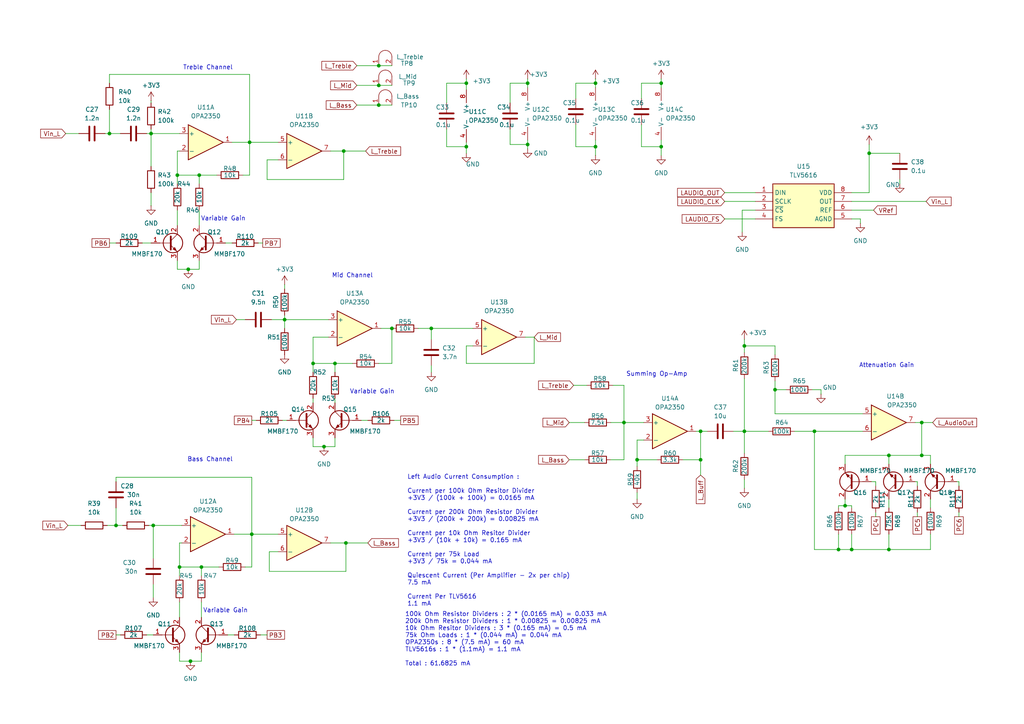
<source format=kicad_sch>
(kicad_sch (version 20250114) (generator "eeschema") (generator_version "9.0")
  (paper "A4")
  (title_block (title "ECE 445L Lab7") (date "2025-10-31") (rev "v1.0.0") (company "The University of Texas at Austin") (comment 1 "Drawn By Ashton Knecht - atk836"))
  (text "Variable Gain" (at 107.95 113.665 0) (effects (font (size 1.27 1.27))))
  (text "Treble Channel" (at 60.325 19.685 0) (effects (font (size 1.27 1.27))))
  (text "Attenuation Gain" (at 257.175 106.045 0) (effects (font (size 1.27 1.27))))
  (text "100k Ohm Resistor Dividers : 2 * (0.0165 mA) = 0.033 mA\n200k Ohm Resistor Dividers : 1 * 0.00825 = 0.00825 mA\n10k Ohm Resitor Dividers : 3 * (0.165 mA) = 0.5 mA\n75k Ohm Loads : 1 * (0.044 mA) = 0.044 mA\nOPA2350s : 8 * (7.5 mA) = 60 mA\nTLV5616s : 1 * (1.1mA) = 1.1 mA\n\nTotal : 61.6825 mA" (at 117.475 185.42 0) (effects (font (size 1.27 1.27)) (justify left)))
  (text "Bass Channel" (at 60.96 133.35 0) (effects (font (size 1.27 1.27))))
  (text "Left Audio Current Consumption :\n\nCurrent per 100k Ohm Resitor Divider\n+3V3 / (100k + 100k) = 0.0165 mA\n\nCurrent per 200k Ohm Resistor Divider\n+3V3 / (200k + 200k) = 0.00825 mA\n\nCurrent per 10k Ohm Resitor Divider\n+3V3 / (10k + 10k) = 0.165 mA\n\nCurrent per 75k Load\n+3V3 / 75k = 0.044 mA\n\nQuiescent Current (Per Amplifier - 2x per chip)\n7.5 mA\n\nCurrent Per TLV5616\n1.1 mA\n" (at 118.11 156.845 0) (effects (font (size 1.27 1.27)) (justify left)))
  (text "Mid Channel" (at 102.235 80.01 0) (effects (font (size 1.27 1.27))))
  (text "Variable Gain" (at 64.77 63.5 0) (effects (font (size 1.27 1.27))))
  (text "Variable Gain" (at 65.405 177.165 0) (effects (font (size 1.27 1.27))))
  (text "Summing Op-Amp" (at 190.5 108.585 0) (effects (font (size 1.27 1.27))))
  (junction (at 224.79 113.03))
  (junction (at 82.55 92.71))
  (junction (at 180.975 122.555))
  (junction (at 184.785 133.35))
  (junction (at 109.855 30.48))
  (junction (at 191.77 24.13))
  (junction (at 43.815 38.735))
  (junction (at 215.9 100.33))
  (junction (at 172.72 24.13))
  (junction (at 113.665 95.25))
  (junction (at 100.33 157.48))
  (junction (at 73.025 154.94))
  (junction (at 99.695 43.815))
  (junction (at 191.77 42.545))
  (junction (at 252.095 44.45))
  (junction (at 236.22 125.095))
  (junction (at 33.655 152.4))
  (junction (at 257.81 132.08))
  (junction (at 109.855 24.765))
  (junction (at 58.42 164.465))
  (junction (at 90.805 105.41))
  (junction (at 203.2 125.095))
  (junction (at 44.45 152.4))
  (junction (at 203.2 133.35))
  (junction (at 52.07 164.465))
  (junction (at 93.98 129.54))
  (junction (at 153.035 24.13))
  (junction (at 31.75 38.735))
  (junction (at 97.155 105.41))
  (junction (at 72.39 41.275))
  (junction (at 55.245 191.77))
  (junction (at 267.335 122.555))
  (junction (at 135.255 24.13))
  (junction (at 57.785 50.8))
  (junction (at 135.255 42.545))
  (junction (at 215.9 125.095))
  (junction (at 267.335 132.08))
  (junction (at 125.095 95.25))
  (junction (at 247.015 159.385))
  (junction (at 51.435 50.8))
  (junction (at 153.035 41.91))
  (junction (at 257.81 159.385))
  (junction (at 172.72 42.545))
  (junction (at 245.11 146.685))
  (junction (at 54.61 78.105))
  (junction (at 243.205 159.385))
  (junction (at 109.855 19.05))
  (wire (pts (xy 42.545 184.15) (xy 44.45 184.15)))
  (wire (pts (xy 77.47 52.07) (xy 77.47 46.355)))
  (wire (pts (xy 103.505 24.765) (xy 109.855 24.765)))
  (wire (pts (xy 186.055 36.195) (xy 186.055 42.545)))
  (wire (pts (xy 147.955 37.465) (xy 147.955 41.91)))
  (wire (pts (xy 135.255 100.33) (xy 137.16 100.33)))
  (wire (pts (xy 113.665 105.41) (xy 113.665 95.25)))
  (wire (pts (xy 52.07 164.465) (xy 52.07 167.005)))
  (wire (pts (xy 73.025 164.465) (xy 73.025 154.94)))
  (wire (pts (xy 103.505 19.05) (xy 109.855 19.05)))
  (wire (pts (xy 269.875 144.78) (xy 269.875 147.32)))
  (wire (pts (xy 68.58 92.71) (xy 71.12 92.71)))
  (wire (pts (xy 245.11 146.685) (xy 247.015 146.685)))
  (wire (pts (xy 31.115 152.4) (xy 33.655 152.4)))
  (wire (pts (xy 43.815 37.465) (xy 43.815 38.735)))
  (wire (pts (xy 167.005 36.195) (xy 167.005 42.545)))
  (wire (pts (xy 257.81 132.08) (xy 257.81 134.62)))
  (wire (pts (xy 99.695 43.815) (xy 99.695 52.07)))
  (wire (pts (xy 72.39 50.8) (xy 72.39 41.275)))
  (wire (pts (xy 58.42 174.625) (xy 58.42 179.07)))
  (wire (pts (xy 82.55 92.71) (xy 82.55 95.25)))
  (wire (pts (xy 180.975 111.76) (xy 180.975 122.555)))
  (wire (pts (xy 109.855 30.48) (xy 113.665 30.48)))
  (wire (pts (xy 97.155 129.54) (xy 93.98 129.54)))
  (wire (pts (xy 278.13 139.7) (xy 278.13 140.97)))
  (wire (pts (xy 114.3 121.92) (xy 116.205 121.92)))
  (wire (pts (xy 78.74 92.71) (xy 82.55 92.71)))
  (wire (pts (xy 257.81 144.78) (xy 257.81 147.32)))
  (wire (pts (xy 43.815 38.735) (xy 52.07 38.735)))
  (wire (pts (xy 252.095 55.88) (xy 247.015 55.88)))
  (wire (pts (xy 191.77 40.64) (xy 191.77 42.545)))
  (wire (pts (xy 186.055 42.545) (xy 191.77 42.545)))
  (wire (pts (xy 243.205 146.685) (xy 243.205 147.32)))
  (wire (pts (xy 121.285 95.25) (xy 125.095 95.25)))
  (wire (pts (xy 72.39 41.275) (xy 80.645 41.275)))
  (wire (pts (xy 19.685 152.4) (xy 23.495 152.4)))
  (wire (pts (xy 52.07 157.48) (xy 52.705 157.48)))
  (wire (pts (xy 54.61 78.105) (xy 51.435 78.105)))
  (wire (pts (xy 99.695 52.07) (xy 77.47 52.07)))
  (wire (pts (xy 81.915 121.92) (xy 83.185 121.92)))
  (wire (pts (xy 90.805 115.57) (xy 90.805 116.84)))
  (wire (pts (xy 100.33 157.48) (xy 100.33 165.735)))
  (wire (pts (xy 58.42 164.465) (xy 58.42 167.005)))
  (wire (pts (xy 31.75 70.485) (xy 33.655 70.485)))
  (wire (pts (xy 31.75 31.75) (xy 31.75 38.735)))
  (wire (pts (xy 203.2 125.095) (xy 203.2 133.35)))
  (wire (pts (xy 254 148.59) (xy 254 149.86)))
  (wire (pts (xy 109.855 105.41) (xy 113.665 105.41)))
  (wire (pts (xy 147.955 29.845) (xy 147.955 24.13)))
  (wire (pts (xy 245.11 132.08) (xy 257.81 132.08)))
  (wire (pts (xy 266.065 139.7) (xy 266.065 140.97)))
  (wire (pts (xy 99.695 43.815) (xy 106.045 43.815)))
  (wire (pts (xy 153.035 24.13) (xy 153.035 25.4)))
  (wire (pts (xy 100.33 165.735) (xy 78.105 165.735)))
  (wire (pts (xy 153.035 22.86) (xy 153.035 24.13)))
  (wire (pts (xy 247.015 58.42) (xy 268.605 58.42)))
  (wire (pts (xy 97.155 105.41) (xy 102.235 105.41)))
  (wire (pts (xy 82.55 91.44) (xy 82.55 92.71)))
  (wire (pts (xy 129.54 24.13) (xy 129.54 29.845)))
  (wire (pts (xy 266.065 149.86) (xy 266.065 148.59)))
  (wire (pts (xy 135.255 42.545) (xy 135.255 44.45)))
  (wire (pts (xy 203.2 125.095) (xy 201.93 125.095)))
  (wire (pts (xy 31.75 38.735) (xy 34.925 38.735)))
  (wire (pts (xy 55.245 191.77) (xy 52.07 191.77)))
  (wire (pts (xy 70.485 50.8) (xy 72.39 50.8)))
  (wire (pts (xy 224.79 113.03) (xy 227.965 113.03)))
  (wire (pts (xy 31.75 21.59) (xy 72.39 21.59)))
  (wire (pts (xy 219.075 60.96) (xy 215.265 60.96)))
  (wire (pts (xy 125.095 106.045) (xy 125.095 107.95)))
  (wire (pts (xy 267.335 122.555) (xy 270.51 122.555)))
  (wire (pts (xy 260.985 52.07) (xy 260.985 53.34)))
  (wire (pts (xy 245.11 144.78) (xy 245.11 146.685)))
  (wire (pts (xy 236.22 125.095) (xy 236.22 159.385)))
  (wire (pts (xy 97.155 115.57) (xy 97.155 116.84)))
  (wire (pts (xy 58.42 189.23) (xy 58.42 191.77)))
  (wire (pts (xy 215.9 100.33) (xy 224.79 100.33)))
  (wire (pts (xy 243.205 154.94) (xy 243.205 159.385)))
  (wire (pts (xy 172.72 24.13) (xy 167.005 24.13)))
  (wire (pts (xy 230.505 125.095) (xy 236.22 125.095)))
  (wire (pts (xy 44.45 169.545) (xy 44.45 173.355)))
  (wire (pts (xy 43.815 55.88) (xy 43.815 59.69)))
  (wire (pts (xy 57.785 50.8) (xy 62.865 50.8)))
  (wire (pts (xy 57.785 75.565) (xy 57.785 78.105)))
  (wire (pts (xy 33.655 152.4) (xy 35.56 152.4)))
  (wire (pts (xy 51.435 50.8) (xy 51.435 53.34)))
  (wire (pts (xy 57.785 78.105) (xy 54.61 78.105)))
  (wire (pts (xy 73.025 154.94) (xy 80.645 154.94)))
  (wire (pts (xy 210.185 55.88) (xy 219.075 55.88)))
  (wire (pts (xy 42.545 38.735) (xy 43.815 38.735)))
  (wire (pts (xy 52.07 174.625) (xy 52.07 179.07)))
  (wire (pts (xy 153.035 41.91) (xy 147.955 41.91)))
  (wire (pts (xy 191.77 24.13) (xy 191.77 25.4)))
  (wire (pts (xy 203.2 133.35) (xy 203.2 137.795)))
  (wire (pts (xy 52.07 157.48) (xy 52.07 164.465)))
  (wire (pts (xy 247.015 63.5) (xy 249.555 63.5)))
  (wire (pts (xy 250.19 120.015) (xy 224.79 120.015)))
  (wire (pts (xy 129.54 37.465) (xy 129.54 42.545)))
  (wire (pts (xy 215.9 125.095) (xy 222.885 125.095)))
  (wire (pts (xy 90.805 105.41) (xy 90.805 97.79)))
  (wire (pts (xy 210.185 63.5) (xy 219.075 63.5)))
  (wire (pts (xy 266.065 139.7) (xy 265.43 139.7)))
  (wire (pts (xy 243.205 159.385) (xy 236.22 159.385)))
  (wire (pts (xy 75.565 184.15) (xy 77.47 184.15)))
  (wire (pts (xy 97.155 127) (xy 97.155 129.54)))
  (wire (pts (xy 215.265 60.96) (xy 215.265 67.31)))
  (wire (pts (xy 184.785 142.875) (xy 184.785 144.78)))
  (wire (pts (xy 31.75 21.59) (xy 31.75 24.13)))
  (wire (pts (xy 267.335 132.08) (xy 269.875 132.08)))
  (wire (pts (xy 203.2 125.095) (xy 205.105 125.095)))
  (wire (pts (xy 90.805 105.41) (xy 90.805 107.95)))
  (wire (pts (xy 165.1 133.35) (xy 169.545 133.35)))
  (wire (pts (xy 278.13 139.7) (xy 277.495 139.7)))
  (wire (pts (xy 135.255 42.545) (xy 135.255 41.275)))
  (wire (pts (xy 72.39 41.275) (xy 67.31 41.275)))
  (wire (pts (xy 236.22 125.095) (xy 250.19 125.095)))
  (wire (pts (xy 97.155 105.41) (xy 97.155 107.95)))
  (wire (pts (xy 191.77 42.545) (xy 191.77 45.085)))
  (wire (pts (xy 252.095 44.45) (xy 260.985 44.45)))
  (wire (pts (xy 252.095 44.45) (xy 252.095 55.88)))
  (wire (pts (xy 247.015 146.685) (xy 247.015 147.32)))
  (wire (pts (xy 57.785 60.96) (xy 57.785 65.405)))
  (wire (pts (xy 65.405 70.485) (xy 67.31 70.485)))
  (wire (pts (xy 125.095 95.25) (xy 125.095 98.425)))
  (wire (pts (xy 51.435 43.815) (xy 51.435 50.8)))
  (wire (pts (xy 135.255 22.86) (xy 135.255 24.13)))
  (wire (pts (xy 252.095 41.91) (xy 252.095 44.45)))
  (wire (pts (xy 254 139.7) (xy 254 140.97)))
  (wire (pts (xy 73.025 138.43) (xy 73.025 154.94)))
  (wire (pts (xy 103.505 30.48) (xy 109.855 30.48)))
  (wire (pts (xy 238.125 113.03) (xy 238.125 114.3)))
  (wire (pts (xy 153.035 41.91) (xy 153.035 43.18)))
  (wire (pts (xy 224.79 110.49) (xy 224.79 113.03)))
  (wire (pts (xy 184.785 133.35) (xy 184.785 135.255)))
  (wire (pts (xy 104.775 121.92) (xy 106.68 121.92)))
  (wire (pts (xy 235.585 113.03) (xy 238.125 113.03)))
  (wire (pts (xy 215.9 125.095) (xy 215.9 131.445)))
  (wire (pts (xy 269.875 154.94) (xy 269.875 159.385)))
  (wire (pts (xy 51.435 60.96) (xy 51.435 65.405)))
  (wire (pts (xy 152.4 97.79) (xy 154.94 97.79)))
  (wire (pts (xy 100.33 157.48) (xy 106.68 157.48)))
  (wire (pts (xy 198.12 133.35) (xy 203.2 133.35)))
  (wire (pts (xy 215.9 109.855) (xy 215.9 125.095)))
  (wire (pts (xy 191.77 24.13) (xy 186.055 24.13)))
  (wire (pts (xy 177.165 122.555) (xy 180.975 122.555)))
  (wire (pts (xy 243.205 146.685) (xy 245.11 146.685)))
  (wire (pts (xy 95.885 43.815) (xy 99.695 43.815)))
  (wire (pts (xy 30.48 38.735) (xy 31.75 38.735)))
  (wire (pts (xy 180.975 122.555) (xy 186.69 122.555)))
  (wire (pts (xy 76.2 70.485) (xy 74.93 70.485)))
  (wire (pts (xy 77.47 46.355) (xy 80.645 46.355)))
  (wire (pts (xy 71.12 164.465) (xy 73.025 164.465)))
  (wire (pts (xy 278.13 148.59) (xy 278.13 149.86)))
  (wire (pts (xy 58.42 164.465) (xy 63.5 164.465)))
  (wire (pts (xy 247.015 159.385) (xy 243.205 159.385)))
  (wire (pts (xy 135.255 26.035) (xy 135.255 24.13)))
  (wire (pts (xy 93.98 129.54) (xy 90.805 129.54)))
  (wire (pts (xy 51.435 43.815) (xy 52.07 43.815)))
  (wire (pts (xy 267.335 122.555) (xy 267.335 132.08)))
  (wire (pts (xy 257.81 159.385) (xy 247.015 159.385)))
  (wire (pts (xy 78.105 160.02) (xy 80.645 160.02)))
  (wire (pts (xy 33.655 139.7) (xy 33.655 138.43)))
  (wire (pts (xy 184.785 127.635) (xy 184.785 133.35)))
  (wire (pts (xy 184.785 133.35) (xy 190.5 133.35)))
  (wire (pts (xy 19.05 38.735) (xy 22.86 38.735)))
  (wire (pts (xy 215.9 139.065) (xy 215.9 141.605)))
  (wire (pts (xy 43.815 38.735) (xy 43.815 48.26)))
  (wire (pts (xy 72.39 21.59) (xy 72.39 41.275)))
  (wire (pts (xy 52.07 189.23) (xy 52.07 191.77)))
  (wire (pts (xy 245.11 134.62) (xy 245.11 132.08)))
  (wire (pts (xy 154.94 97.79) (xy 154.94 105.41)))
  (wire (pts (xy 257.81 132.08) (xy 267.335 132.08)))
  (wire (pts (xy 41.275 70.485) (xy 43.815 70.485)))
  (wire (pts (xy 66.04 184.15) (xy 67.945 184.15)))
  (wire (pts (xy 44.45 152.4) (xy 52.705 152.4)))
  (wire (pts (xy 113.665 95.25) (xy 110.49 95.25)))
  (wire (pts (xy 154.94 105.41) (xy 135.255 105.41)))
  (wire (pts (xy 177.8 111.76) (xy 180.975 111.76)))
  (wire (pts (xy 135.255 24.13) (xy 129.54 24.13)))
  (wire (pts (xy 165.1 122.555) (xy 169.545 122.555)))
  (wire (pts (xy 78.105 165.735) (xy 78.105 160.02)))
  (wire (pts (xy 212.725 125.095) (xy 215.9 125.095)))
  (wire (pts (xy 82.55 82.55) (xy 82.55 83.82)))
  (wire (pts (xy 73.025 154.94) (xy 67.945 154.94)))
  (wire (pts (xy 254 139.7) (xy 252.73 139.7)))
  (wire (pts (xy 249.555 63.5) (xy 249.555 64.77)))
  (wire (pts (xy 257.81 154.94) (xy 257.81 159.385)))
  (wire (pts (xy 57.785 50.8) (xy 57.785 53.34)))
  (wire (pts (xy 95.885 157.48) (xy 100.33 157.48)))
  (wire (pts (xy 135.255 105.41) (xy 135.255 100.33)))
  (wire (pts (xy 172.72 22.86) (xy 172.72 24.13)))
  (wire (pts (xy 33.655 147.32) (xy 33.655 152.4)))
  (wire (pts (xy 247.015 154.94) (xy 247.015 159.385)))
  (wire (pts (xy 172.72 40.64) (xy 172.72 42.545)))
  (wire (pts (xy 215.9 98.425) (xy 215.9 100.33)))
  (wire (pts (xy 58.42 191.77) (xy 55.245 191.77)))
  (wire (pts (xy 90.805 97.79) (xy 95.25 97.79)))
  (wire (pts (xy 172.72 42.545) (xy 172.72 45.085)))
  (wire (pts (xy 166.37 111.76) (xy 170.18 111.76)))
  (wire (pts (xy 73.025 121.92) (xy 74.295 121.92)))
  (wire (pts (xy 52.07 164.465) (xy 58.42 164.465)))
  (wire (pts (xy 180.975 133.35) (xy 180.975 122.555)))
  (wire (pts (xy 90.805 127) (xy 90.805 129.54)))
  (wire (pts (xy 90.805 105.41) (xy 97.155 105.41)))
  (wire (pts (xy 33.655 138.43) (xy 73.025 138.43)))
  (wire (pts (xy 43.815 29.845) (xy 43.815 29.21)))
  (wire (pts (xy 224.79 100.33) (xy 224.79 102.87)))
  (wire (pts (xy 269.875 132.08) (xy 269.875 134.62)))
  (wire (pts (xy 215.9 100.33) (xy 215.9 102.235)))
  (wire (pts (xy 33.655 184.15) (xy 34.925 184.15)))
  (wire (pts (xy 125.095 95.25) (xy 137.16 95.25)))
  (wire (pts (xy 247.015 60.96) (xy 253.365 60.96)))
  (wire (pts (xy 186.69 127.635) (xy 184.785 127.635)))
  (wire (pts (xy 147.955 24.13) (xy 153.035 24.13)))
  (wire (pts (xy 210.185 58.42) (xy 219.075 58.42)))
  (wire (pts (xy 44.45 152.4) (xy 44.45 161.925)))
  (wire (pts (xy 265.43 122.555) (xy 267.335 122.555)))
  (wire (pts (xy 177.165 133.35) (xy 180.975 133.35)))
  (wire (pts (xy 269.875 159.385) (xy 257.81 159.385)))
  (wire (pts (xy 109.855 19.05) (xy 113.665 19.05)))
  (wire (pts (xy 191.77 22.86) (xy 191.77 24.13)))
  (wire (pts (xy 51.435 75.565) (xy 51.435 78.105)))
  (wire (pts (xy 167.005 24.13) (xy 167.005 28.575)))
  (wire (pts (xy 224.79 113.03) (xy 224.79 120.015)))
  (wire (pts (xy 43.18 152.4) (xy 44.45 152.4)))
  (wire (pts (xy 129.54 42.545) (xy 135.255 42.545)))
  (wire (pts (xy 109.855 24.765) (xy 113.665 24.765)))
  (wire (pts (xy 172.72 24.13) (xy 172.72 25.4)))
  (wire (pts (xy 167.005 42.545) (xy 172.72 42.545)))
  (wire (pts (xy 51.435 50.8) (xy 57.785 50.8)))
  (wire (pts (xy 82.55 92.71) (xy 95.25 92.71)))
  (wire (pts (xy 153.035 40.64) (xy 153.035 41.91)))
  (wire (pts (xy 186.055 24.13) (xy 186.055 28.575)))
  (global_label "PB6" (shape passive) (at 31.75 70.485 180) (property "Intersheetrefs" "${INTERSHEET_REFS}" (effects (hide yes))))
  (global_label "PB5" (shape passive) (at 116.205 121.92 0) (property "Intersheetrefs" "${INTERSHEET_REFS}" (effects (hide yes))))
  (global_label "L_Treble" (shape input) (at 166.37 111.76 180) (property "Intersheetrefs" "${INTERSHEET_REFS}" (effects (hide yes))))
  (global_label "L_AudioOut" (shape input) (at 270.51 122.555 0) (property "Intersheetrefs" "${INTERSHEET_REFS}" (effects (hide yes))))
  (global_label "L_Treble" (shape input) (at 106.045 43.815 0) (property "Intersheetrefs" "${INTERSHEET_REFS}" (effects (hide yes))))
  (global_label "L_Bass" (shape input) (at 106.68 157.48 0) (property "Intersheetrefs" "${INTERSHEET_REFS}" (effects (hide yes))))
  (global_label "PC4" (shape passive) (at 254 149.86 270) (property "Intersheetrefs" "${INTERSHEET_REFS}" (effects (hide yes))))
  (global_label "PC5" (shape passive) (at 266.065 149.86 270) (property "Intersheetrefs" "${INTERSHEET_REFS}" (effects (hide yes))))
  (global_label "LAUDIO_CLK" (shape input) (at 210.185 58.42 180) (property "Intersheetrefs" "${INTERSHEET_REFS}" (effects (hide yes))))
  (global_label "VRef" (shape input) (at 253.365 60.96 0) (property "Intersheetrefs" "${INTERSHEET_REFS}" (effects (hide yes))))
  (global_label "L_Bass" (shape input) (at 165.1 133.35 180) (property "Intersheetrefs" "${INTERSHEET_REFS}" (effects (hide yes))))
  (global_label "Vin_L" (shape input) (at 19.685 152.4 180) (property "Intersheetrefs" "${INTERSHEET_REFS}" (effects (hide yes))))
  (global_label "L_Mid" (shape input) (at 154.94 97.79 0) (property "Intersheetrefs" "${INTERSHEET_REFS}" (effects (hide yes))))
  (global_label "L_Bass" (shape input) (at 103.505 30.48 180) (property "Intersheetrefs" "${INTERSHEET_REFS}" (effects (hide yes))))
  (global_label "Vin_L" (shape input) (at 268.605 58.42 0) (property "Intersheetrefs" "${INTERSHEET_REFS}" (effects (hide yes))))
  (global_label "PB2" (shape passive) (at 33.655 184.15 180) (property "Intersheetrefs" "${INTERSHEET_REFS}" (effects (hide yes))))
  (global_label "PB3" (shape passive) (at 77.47 184.15 0) (property "Intersheetrefs" "${INTERSHEET_REFS}" (effects (hide yes))))
  (global_label "Vin_L" (shape input) (at 19.05 38.735 180) (property "Intersheetrefs" "${INTERSHEET_REFS}" (effects (hide yes))))
  (global_label "L_Buff" (shape input) (at 203.2 137.795 270) (property "Intersheetrefs" "${INTERSHEET_REFS}" (effects (hide yes))))
  (global_label "PB4" (shape passive) (at 73.025 121.92 180) (property "Intersheetrefs" "${INTERSHEET_REFS}" (effects (hide yes))))
  (global_label "L_Mid" (shape input) (at 103.505 24.765 180) (property "Intersheetrefs" "${INTERSHEET_REFS}" (effects (hide yes))))
  (global_label "L_Treble" (shape input) (at 103.505 19.05 180) (property "Intersheetrefs" "${INTERSHEET_REFS}" (effects (hide yes))))
  (global_label "L_Mid" (shape input) (at 165.1 122.555 180) (property "Intersheetrefs" "${INTERSHEET_REFS}" (effects (hide yes))))
  (global_label "PB7" (shape passive) (at 76.2 70.485 0) (property "Intersheetrefs" "${INTERSHEET_REFS}" (effects (hide yes))))
  (global_label "Vin_L" (shape input) (at 68.58 92.71 180) (property "Intersheetrefs" "${INTERSHEET_REFS}" (effects (hide yes))))
  (global_label "LAUDIO_OUT" (shape input) (at 210.185 55.88 180) (property "Intersheetrefs" "${INTERSHEET_REFS}" (effects (hide yes))))
  (global_label "PC6" (shape passive) (at 278.13 149.86 270) (property "Intersheetrefs" "${INTERSHEET_REFS}" (effects (hide yes))))
  (global_label "LAUDIO_FS" (shape input) (at 210.185 63.5 180) (property "Intersheetrefs" "${INTERSHEET_REFS}" (effects (hide yes))))
  (symbol (lib_id "Transistor_BJT:PZT2222A") (at 88.265 121.92 0) (unit 1)
    (property "Reference" "Q14" (at 84.455 118.745 0) (effects (justify left)))
    (property "Value" "MMBF170" (at 77.47 125.095 0) (effects (justify left)))
    (property "Footprint" "Package_TO_SOT_SMD:SOT-23-3" (effects (hide yes)))
    (property "Datasheet" "https://www.onsemi.com/pub/Collateral/PN2222-D.PDF" (effects (hide yes)))
    (property "Description" "1A Ic, 40V Vce, NPN Transistor, General Purpose Transistor, SOT-223" (effects (hide yes)))
  )
  (symbol (lib_id "ECE445L:C") (at 38.735 38.735 90) (unit 1)
    (property "Reference" "C29" (at 38.735 31.75 90))
    (property "Value" "1.2n" (at 38.735 34.29 90))
    (property "Footprint" "Capacitor_SMD:C_0603_1608Metric_Pad1.08x0.95mm_HandSolder" (effects (hide yes)))
    (property "Description" "Unpolarized capacitor" (effects (hide yes)))
  )
  (symbol (lib_id "Device:R") (at 52.07 170.815 0) (unit 1)
    (property "Reference" "R45" (at 53.975 167.005 0))
    (property "Value" "20k" (at 52.07 170.815 90))
    (property "Footprint" "Resistor_SMD:R_0603_1608Metric_Pad0.98x0.95mm_HandSolder" (effects (hide yes)))
    (property "Description" "Resistor" (effects (hide yes)))
  )
  (symbol (lib_id "ECE445L:C") (at 147.955 33.655 180) (unit 1)
    (property "Reference" "C34" (at 144.145 31.115 0) (effects (justify right)))
    (property "Value" "0.1u" (at 144.78 36.195 0) (effects (justify right)))
    (property "Footprint" "Capacitor_SMD:C_0603_1608Metric_Pad1.08x0.95mm_HandSolder" (effects (hide yes)))
    (property "Description" "Unpolarized capacitor" (effects (hide yes)))
  )
  (symbol (lib_id "power:+3V3") (at 215.9 98.425 0) (mirror y) (unit 1)
    (property "Reference" "#PWR079" (effects (hide yes)))
    (property "Value" "+3V3" (at 219.71 96.52 0))
    (property "Description" "Power symbol creates a global label with name \"+3V3\"" (effects (hide yes)))
  )
  (symbol (lib_id "Device:R") (at 43.815 52.07 180) (unit 1)
    (property "Reference" "R43" (at 45.72 50.7999 0) (effects (justify right)))
    (property "Value" "100k" (at 45.72 53.3399 0) (effects (justify right)))
    (property "Footprint" "Resistor_SMD:R_0603_1608Metric_Pad0.98x0.95mm_HandSolder" (effects (hide yes)))
    (property "Description" "Resistor" (effects (hide yes)))
  )
  (symbol (lib_id "Device:R") (at 194.31 133.35 90) (unit 1)
    (property "Reference" "R60" (at 194.31 131.445 90))
    (property "Value" "3.3k" (at 194.31 133.35 90))
    (property "Footprint" "Resistor_SMD:R_0603_1608Metric_Pad0.98x0.95mm_HandSolder" (effects (hide yes)))
    (property "Description" "Resistor" (effects (hide yes)))
  )
  (symbol (lib_id "Device:R") (at 247.015 151.13 0) (unit 1)
    (property "Reference" "R67" (at 249.555 149.225 90) (effects (justify right)))
    (property "Value" "100k" (at 247.015 148.59 90) (effects (justify right)))
    (property "Footprint" "Resistor_SMD:R_0603_1608Metric_Pad0.98x0.95mm_HandSolder" (effects (hide yes)))
    (property "Description" "Resistor" (effects (hide yes)))
  )
  (symbol (lib_id "power:GND") (at 215.9 141.605 0) (unit 1)
    (property "Reference" "#PWR080" (effects (hide yes)))
    (property "Value" "GND" (at 215.9 146.685 0))
    (property "Description" "Power symbol creates a global label with name \"GND\" , ground" (effects (hide yes)))
  )
  (symbol (lib_id "ECE445L:OPA2350") (at 144.78 97.79 0) (unit 2)
    (property "Reference" "U13" (at 144.78 87.63 0))
    (property "Value" "OPA2350" (at 144.78 90.17 0))
    (property "Footprint" "ECE445L:DIP-8_W7.62mm_LongPads" (effects (hide yes)))
    (property "Datasheet" "http://www.ti.com/lit/ds/symlink/opa2350.pdf" (effects (hide yes)))
    (property "Description" "Precision, 38-MHz, Low-Noise, Low-Power, RRIO, CMOS Operational Amplifier, DIP-8" (effects (hide yes)))
  )
  (symbol (lib_id "Device:R") (at 90.805 111.76 0) (unit 1)
    (property "Reference" "R52" (at 92.71 107.95 0))
    (property "Value" "20k" (at 90.805 111.76 90))
    (property "Footprint" "Resistor_SMD:R_0603_1608Metric_Pad0.98x0.95mm_HandSolder" (effects (hide yes)))
    (property "Description" "Resistor" (effects (hide yes)))
  )
  (symbol (lib_id "power:GND") (at 215.265 67.31 0) (unit 1)
    (property "Reference" "#PWR078" (effects (hide yes)))
    (property "Value" "GND" (at 215.265 72.39 0))
    (property "Description" "Power symbol creates a global label with name \"GND\" , ground" (effects (hide yes)))
  )
  (symbol (lib_id "Transistor_BJT:PZT2222A") (at 60.325 70.485 0) (mirror y) (unit 1)
    (property "Reference" "Q12" (at 64.135 67.31 0) (effects (justify left)))
    (property "Value" "MMBF170" (at 71.12 73.66 0) (effects (justify left)))
    (property "Footprint" "Package_TO_SOT_SMD:SOT-23-3" (effects (hide yes)))
    (property "Datasheet" "https://www.onsemi.com/pub/Collateral/PN2222-D.PDF" (effects (hide yes)))
    (property "Description" "1A Ic, 40V Vce, NPN Transistor, General Purpose Transistor, SOT-223" (effects (hide yes)))
  )
  (symbol (lib_id "ECE445L:OPA2350") (at 175.26 33.02 0) (unit 3)
    (property "Reference" "U13" (at 173.355 31.7499 0) (effects (justify left)))
    (property "Value" "OPA2350" (at 173.355 34.2899 0) (effects (justify left)))
    (property "Footprint" "ECE445L:DIP-8_W7.62mm_LongPads" (effects (hide yes)))
    (property "Datasheet" "http://www.ti.com/lit/ds/symlink/opa2350.pdf" (effects (hide yes)))
    (property "Description" "Precision, 38-MHz, Low-Noise, Low-Power, RRIO, CMOS Operational Amplifier, DIP-8" (effects (hide yes)))
  )
  (symbol (lib_id "Device:R") (at 173.355 122.555 90) (unit 1)
    (property "Reference" "R56" (at 173.355 120.65 90))
    (property "Value" "7.5k" (at 173.355 122.555 90))
    (property "Footprint" "Resistor_SMD:R_0603_1608Metric_Pad0.98x0.95mm_HandSolder" (effects (hide yes)))
    (property "Description" "Resistor" (effects (hide yes)))
  )
  (symbol (lib_id "power:GND") (at 43.815 59.69 0) (unit 1)
    (property "Reference" "#PWR061" (effects (hide yes)))
    (property "Value" "GND" (at 43.815 64.77 0))
    (property "Description" "Power symbol creates a global label with name \"GND\" , ground" (effects (hide yes)))
  )
  (symbol (lib_id "ECE445L:C") (at 129.54 33.655 180) (unit 1)
    (property "Reference" "C33" (at 126.365 31.115 0) (effects (justify right)))
    (property "Value" "0.1u" (at 126.365 36.195 0) (effects (justify right)))
    (property "Footprint" "Capacitor_SMD:C_0603_1608Metric_Pad1.08x0.95mm_HandSolder" (effects (hide yes)))
    (property "Description" "Unpolarized capacitor" (effects (hide yes)))
  )
  (symbol (lib_id "Device:R") (at 243.205 151.13 0) (unit 1)
    (property "Reference" "R66" (at 240.665 149.225 90) (effects (justify right)))
    (property "Value" "100k" (at 243.205 148.59 90) (effects (justify right)))
    (property "Footprint" "Resistor_SMD:R_0603_1608Metric_Pad0.98x0.95mm_HandSolder" (effects (hide yes)))
    (property "Description" "Resistor" (effects (hide yes)))
  )
  (symbol (lib_id "Device:R") (at 39.37 152.4 90) (unit 1)
    (property "Reference" "R41" (at 39.37 146.05 90))
    (property "Value" "10k" (at 39.37 148.59 90))
    (property "Footprint" "Resistor_SMD:R_0603_1608Metric_Pad0.98x0.95mm_HandSolder" (effects (hide yes)))
    (property "Description" "Resistor" (effects (hide yes)))
  )
  (symbol (lib_id "ECE445L:OPA2350") (at 88.265 43.815 0) (unit 2)
    (property "Reference" "U11" (at 88.265 33.655 0))
    (property "Value" "OPA2350" (at 88.265 36.195 0))
    (property "Footprint" "ECE445L:DIP-8_W7.62mm_LongPads" (effects (hide yes)))
    (property "Datasheet" "http://www.ti.com/lit/ds/symlink/opa2350.pdf" (effects (hide yes)))
    (property "Description" "Precision, 38-MHz, Low-Noise, Low-Power, RRIO, CMOS Operational Amplifier, DIP-8" (effects (hide yes)))
  )
  (symbol (lib_id "Device:R") (at 51.435 57.15 0) (unit 1)
    (property "Reference" "R44" (at 53.34 53.34 0))
    (property "Value" "20k" (at 51.435 57.15 90))
    (property "Footprint" "Resistor_SMD:R_0603_1608Metric_Pad0.98x0.95mm_HandSolder" (effects (hide yes)))
    (property "Description" "Resistor" (effects (hide yes)))
  )
  (symbol (lib_id "Device:R") (at 43.815 33.655 180) (unit 1)
    (property "Reference" "R42" (at 45.72 32.3849 0) (effects (justify right)))
    (property "Value" "100k" (at 45.72 34.9249 0) (effects (justify right)))
    (property "Footprint" "Resistor_SMD:R_0603_1608Metric_Pad0.98x0.95mm_HandSolder" (effects (hide yes)))
    (property "Description" "Resistor" (effects (hide yes)))
  )
  (symbol (lib_id "Device:R") (at 226.695 125.095 90) (unit 1)
    (property "Reference" "R64" (at 224.79 122.555 90) (effects (justify right)))
    (property "Value" "100k" (at 224.155 125.095 90) (effects (justify right)))
    (property "Footprint" "Resistor_SMD:R_0603_1608Metric_Pad0.98x0.95mm_HandSolder" (effects (hide yes)))
    (property "Description" "Resistor" (effects (hide yes)))
  )
  (symbol (lib_id "Device:R") (at 67.31 164.465 90) (unit 1)
    (property "Reference" "R49" (at 67.31 162.56 90))
    (property "Value" "10k" (at 67.31 164.465 90))
    (property "Footprint" "Resistor_SMD:R_0603_1608Metric_Pad0.98x0.95mm_HandSolder" (effects (hide yes)))
    (property "Description" "Resistor" (effects (hide yes)))
  )
  (symbol (lib_id "Device:R") (at 78.105 121.92 90) (unit 1)
    (property "Reference" "R105" (at 78.105 120.015 90))
    (property "Value" "2k" (at 78.105 121.92 90))
    (property "Footprint" "Resistor_SMD:R_0603_1608Metric_Pad0.98x0.95mm_HandSolder" (effects (hide yes)))
    (property "Description" "Resistor" (effects (hide yes)))
  )
  (symbol (lib_id "Device:R") (at 27.305 152.4 90) (mirror x) (unit 1)
    (property "Reference" "R39" (at 27.305 146.05 90))
    (property "Value" "10k" (at 27.305 148.59 90))
    (property "Footprint" "Resistor_SMD:R_0603_1608Metric_Pad0.98x0.95mm_HandSolder" (effects (hide yes)))
    (property "Description" "Resistor" (effects (hide yes)))
  )
  (symbol (lib_id "Device:R") (at 38.735 184.15 90) (unit 1)
    (property "Reference" "R107" (at 38.735 182.245 90))
    (property "Value" "2k" (at 38.735 184.15 90))
    (property "Footprint" "Resistor_SMD:R_0603_1608Metric_Pad0.98x0.95mm_HandSolder" (effects (hide yes)))
    (property "Description" "Resistor" (effects (hide yes)))
  )
  (symbol (lib_id "Device:R") (at 184.785 139.065 180) (unit 1)
    (property "Reference" "R59" (at 182.88 139.065 90))
    (property "Value" "40k" (at 184.785 139.065 90))
    (property "Footprint" "Resistor_SMD:R_0603_1608Metric_Pad0.98x0.95mm_HandSolder" (effects (hide yes)))
    (property "Description" "Resistor" (effects (hide yes)))
  )
  (symbol (lib_id "ECE445L:OPA2350") (at 155.575 33.02 0) (unit 3)
    (property "Reference" "U12" (at 154.305 31.7499 0) (effects (justify left)))
    (property "Value" "OPA2350" (at 154.305 34.2899 0) (effects (justify left)))
    (property "Footprint" "ECE445L:DIP-8_W7.62mm_LongPads" (effects (hide yes)))
    (property "Datasheet" "http://www.ti.com/lit/ds/symlink/opa2350.pdf" (effects (hide yes)))
    (property "Description" "Precision, 38-MHz, Low-Noise, Low-Power, RRIO, CMOS Operational Amplifier, DIP-8" (effects (hide yes)))
  )
  (symbol (lib_id "Device:R") (at 58.42 170.815 0) (unit 1)
    (property "Reference" "R47" (at 60.96 167.005 0))
    (property "Value" "10k" (at 58.42 170.815 90))
    (property "Footprint" "Resistor_SMD:R_0603_1608Metric_Pad0.98x0.95mm_HandSolder" (effects (hide yes)))
    (property "Description" "Resistor" (effects (hide yes)))
  )
  (symbol (lib_id "ECE445L:OPA2350") (at 88.265 157.48 0) (unit 2)
    (property "Reference" "U12" (at 88.265 147.955 0))
    (property "Value" "OPA2350" (at 88.265 150.495 0))
    (property "Footprint" "ECE445L:DIP-8_W7.62mm_LongPads" (effects (hide yes)))
    (property "Datasheet" "http://www.ti.com/lit/ds/symlink/opa2350.pdf" (effects (hide yes)))
    (property "Description" "Precision, 38-MHz, Low-Noise, Low-Power, RRIO, CMOS Operational Amplifier, DIP-8" (effects (hide yes)))
  )
  (symbol (lib_id "Device:R") (at 82.55 99.06 180) (unit 1)
    (property "Reference" "R51" (at 77.47 97.79 0) (effects (justify right)))
    (property "Value" "100k" (at 82.55 101.6 90) (effects (justify right)))
    (property "Footprint" "Resistor_SMD:R_0603_1608Metric_Pad0.98x0.95mm_HandSolder" (effects (hide yes)))
    (property "Description" "Resistor" (effects (hide yes)))
  )
  (symbol (lib_id "power:GND") (at 184.785 144.78 0) (unit 1)
    (property "Reference" "#PWR075" (effects (hide yes)))
    (property "Value" "GND" (at 184.785 149.86 0))
    (property "Description" "Power symbol creates a global label with name \"GND\" , ground" (effects (hide yes)))
  )
  (symbol (lib_id "Device:R") (at 37.465 70.485 90) (unit 1)
    (property "Reference" "R109" (at 37.465 68.58 90))
    (property "Value" "2k" (at 37.465 70.485 90))
    (property "Footprint" "Resistor_SMD:R_0603_1608Metric_Pad0.98x0.95mm_HandSolder" (effects (hide yes)))
    (property "Description" "Resistor" (effects (hide yes)))
  )
  (symbol (lib_id "power:GND") (at 54.61 78.105 0) (unit 1)
    (property "Reference" "#PWR063" (effects (hide yes)))
    (property "Value" "GND" (at 54.61 83.185 0))
    (property "Description" "Power symbol creates a global label with name \"GND\" , ground" (effects (hide yes)))
  )
  (symbol (lib_id "ECE445L:OPA2350") (at 137.795 33.655 0) (unit 3)
    (property "Reference" "U11" (at 135.89 32.3849 0) (effects (justify left)))
    (property "Value" "OPA2350" (at 135.89 34.9249 0) (effects (justify left)))
    (property "Footprint" "ECE445L:DIP-8_W7.62mm_LongPads" (effects (hide yes)))
    (property "Datasheet" "http://www.ti.com/lit/ds/symlink/opa2350.pdf" (effects (hide yes)))
    (property "Description" "Precision, 38-MHz, Low-Noise, Low-Power, RRIO, CMOS Operational Amplifier, DIP-8" (effects (hide yes)))
  )
  (symbol (lib_id "Device:R") (at 231.775 113.03 90) (unit 1)
    (property "Reference" "R65" (at 229.87 110.49 90) (effects (justify right)))
    (property "Value" "100k" (at 229.235 113.03 90) (effects (justify right)))
    (property "Footprint" "Resistor_SMD:R_0603_1608Metric_Pad0.98x0.95mm_HandSolder" (effects (hide yes)))
    (property "Description" "Resistor" (effects (hide yes)))
  )
  (symbol (lib_id "Transistor_BJT:PZT2222A") (at 49.53 184.15 0) (unit 1)
    (property "Reference" "Q11" (at 45.72 180.975 0) (effects (justify left)))
    (property "Value" "MMBF170" (at 38.735 187.325 0) (effects (justify left)))
    (property "Footprint" "Package_TO_SOT_SMD:SOT-23-3" (effects (hide yes)))
    (property "Datasheet" "https://www.onsemi.com/pub/Collateral/PN2222-D.PDF" (effects (hide yes)))
    (property "Description" "1A Ic, 40V Vce, NPN Transistor, General Purpose Transistor, SOT-223" (effects (hide yes)))
  )
  (symbol (lib_id "ECE445L:Testpoint") (at 111.76 24.765 0) (unit 1)
    (property "Reference" "TP9" (at 116.84 24.13 0) (effects (justify left)))
    (property "Value" "L_Mid" (at 115.57 22.225 0) (effects (justify left)))
    (property "Footprint" "ECE445L:Testpoint_1x02_P2.54mm" (effects (hide yes)))
    (property "Description" "Testpoint" (effects (hide yes)))
  )
  (symbol (lib_id "Device:R") (at 57.785 57.15 0) (unit 1)
    (property "Reference" "R46" (at 55.88 60.96 0))
    (property "Value" "10k" (at 57.785 57.15 90))
    (property "Footprint" "Resistor_SMD:R_0603_1608Metric_Pad0.98x0.95mm_HandSolder" (effects (hide yes)))
    (property "Description" "Resistor" (effects (hide yes)))
  )
  (symbol (lib_id "Device:R") (at 224.79 106.68 180) (unit 1)
    (property "Reference" "R63" (at 222.25 108.585 90) (effects (justify right)))
    (property "Value" "100k" (at 224.79 109.22 90) (effects (justify right)))
    (property "Footprint" "Resistor_SMD:R_0603_1608Metric_Pad0.98x0.95mm_HandSolder" (effects (hide yes)))
    (property "Description" "Resistor" (effects (hide yes)))
  )
  (symbol (lib_id "Transistor_BJT:PZT2222A") (at 272.415 139.7 180) (unit 1)
    (property "Reference" "Q18" (at 276.225 142.875 0) (effects (justify left)))
    (property "Value" "MMBF170" (at 283.21 136.525 0) (effects (justify left)))
    (property "Footprint" "Package_TO_SOT_SMD:SOT-23-3" (effects (hide yes)))
    (property "Datasheet" "https://www.onsemi.com/pub/Collateral/PN2222-D.PDF" (effects (hide yes)))
    (property "Description" "1A Ic, 40V Vce, NPN Transistor, General Purpose Transistor, SOT-223" (effects (hide yes)))
  )
  (symbol (lib_id "ECE445L:OPA2350") (at 59.69 41.275 0) (unit 1)
    (property "Reference" "U11" (at 59.69 31.115 0))
    (property "Value" "OPA2350" (at 59.69 33.655 0))
    (property "Footprint" "ECE445L:DIP-8_W7.62mm_LongPads" (effects (hide yes)))
    (property "Datasheet" "http://www.ti.com/lit/ds/symlink/opa2350.pdf" (effects (hide yes)))
    (property "Description" "Precision, 38-MHz, Low-Noise, Low-Power, RRIO, CMOS Operational Amplifier, DIP-8" (effects (hide yes)))
  )
  (symbol (lib_id "Device:R") (at 266.065 144.78 180) (unit 1)
    (property "Reference" "R112" (at 264.16 144.78 90))
    (property "Value" "2k" (at 266.065 144.78 90))
    (property "Footprint" "Resistor_SMD:R_0603_1608Metric_Pad0.98x0.95mm_HandSolder" (effects (hide yes)))
    (property "Description" "Resistor" (effects (hide yes)))
  )
  (symbol (lib_id "power:GND") (at 238.125 114.3 0) (unit 1)
    (property "Reference" "#PWR081" (effects (hide yes)))
    (property "Value" "GND" (at 240.665 112.395 0))
    (property "Description" "Power symbol creates a global label with name \"GND\" , ground" (effects (hide yes)))
  )
  (symbol (lib_id "Device:R") (at 97.155 111.76 0) (unit 1)
    (property "Reference" "R53" (at 95.25 115.57 0))
    (property "Value" "10k" (at 97.155 111.76 90))
    (property "Footprint" "Resistor_SMD:R_0603_1608Metric_Pad0.98x0.95mm_HandSolder" (effects (hide yes)))
    (property "Description" "Resistor" (effects (hide yes)))
  )
  (symbol (lib_id "power:+3V3") (at 135.255 22.86 0) (unit 1)
    (property "Reference" "#PWR069" (effects (hide yes)))
    (property "Value" "+3V3" (at 139.7 23.495 0))
    (property "Description" "Power symbol creates a global label with name \"+3V3\"" (effects (hide yes)))
  )
  (symbol (lib_id "power:GND") (at 93.98 129.54 0) (unit 1)
    (property "Reference" "#PWR067" (effects (hide yes)))
    (property "Value" "GND" (at 93.98 134.62 0))
    (property "Description" "Power symbol creates a global label with name \"GND\" , ground" (effects (hide yes)))
  )
  (symbol (lib_id "ECE445L:OPA2350") (at 194.31 125.095 0) (unit 1)
    (property "Reference" "U14" (at 194.31 115.57 0))
    (property "Value" "OPA2350" (at 194.31 118.11 0))
    (property "Footprint" "ECE445L:DIP-8_W7.62mm_LongPads" (effects (hide yes)))
    (property "Datasheet" "http://www.ti.com/lit/ds/symlink/opa2350.pdf" (effects (hide yes)))
    (property "Description" "Precision, 38-MHz, Low-Noise, Low-Power, RRIO, CMOS Operational Amplifier, DIP-8" (effects (hide yes)))
  )
  (symbol (lib_id "power:GND") (at 44.45 173.355 0) (unit 1)
    (property "Reference" "#PWR062" (effects (hide yes)))
    (property "Value" "GND" (at 44.45 178.435 0))
    (property "Description" "Power symbol creates a global label with name \"GND\" , ground" (effects (hide yes)))
  )
  (symbol (lib_id "Device:R") (at 269.875 151.13 0) (unit 1)
    (property "Reference" "R69" (at 272.415 149.225 90) (effects (justify right)))
    (property "Value" "100k" (at 269.875 148.59 90) (effects (justify right)))
    (property "Footprint" "Resistor_SMD:R_0603_1608Metric_Pad0.98x0.95mm_HandSolder" (effects (hide yes)))
    (property "Description" "Resistor" (effects (hide yes)))
  )
  (symbol (lib_id "Device:R") (at 215.9 106.045 180) (unit 1)
    (property "Reference" "R61" (at 213.36 107.95 90) (effects (justify right)))
    (property "Value" "200k" (at 215.9 108.585 90) (effects (justify right)))
    (property "Footprint" "Resistor_SMD:R_0603_1608Metric_Pad0.98x0.95mm_HandSolder" (effects (hide yes)))
    (property "Description" "Resistor" (effects (hide yes)))
  )
  (symbol (lib_id "Device:R") (at 257.81 151.13 0) (unit 1)
    (property "Reference" "R68" (at 260.35 149.225 90) (effects (justify right)))
    (property "Value" "75K" (at 257.81 149.225 90) (effects (justify right)))
    (property "Footprint" "Resistor_SMD:R_0603_1608Metric_Pad0.98x0.95mm_HandSolder" (effects (hide yes)))
    (property "Description" "Resistor" (effects (hide yes)))
  )
  (symbol (lib_id "power:GND") (at 82.55 102.87 0) (unit 1)
    (property "Reference" "#PWR066" (effects (hide yes)))
    (property "Value" "GND" (at 82.55 107.95 0))
    (property "Description" "Power symbol creates a global label with name \"GND\" , ground" (effects (hide yes)))
  )
  (symbol (lib_id "power:GND") (at 125.095 107.95 0) (unit 1)
    (property "Reference" "#PWR068" (effects (hide yes)))
    (property "Value" "GND" (at 125.095 113.03 0))
    (property "Description" "Power symbol creates a global label with name \"GND\" , ground" (effects (hide yes)))
  )
  (symbol (lib_id "ECE445L:C") (at 260.985 48.26 0) (unit 1)
    (property "Reference" "C38" (at 264.16 46.9899 0) (effects (justify left)))
    (property "Value" "0.1u" (at 264.16 49.5299 0) (effects (justify left)))
    (property "Footprint" "Capacitor_SMD:C_0603_1608Metric_Pad1.08x0.95mm_HandSolder" (effects (hide yes)))
    (property "Description" "Unpolarized capacitor" (effects (hide yes)))
  )
  (symbol (lib_id "Transistor_BJT:PZT2222A") (at 247.65 139.7 180) (unit 1)
    (property "Reference" "Q16" (at 251.46 142.875 0) (effects (justify left)))
    (property "Value" "MMBF170" (at 258.445 136.525 0) (effects (justify left)))
    (property "Footprint" "Package_TO_SOT_SMD:SOT-23-3" (effects (hide yes)))
    (property "Datasheet" "https://www.onsemi.com/pub/Collateral/PN2222-D.PDF" (effects (hide yes)))
    (property "Description" "1A Ic, 40V Vce, NPN Transistor, General Purpose Transistor, SOT-223" (effects (hide yes)))
  )
  (symbol (lib_id "ECE445L:OPA2350") (at 60.325 154.94 0) (unit 1)
    (property "Reference" "U12" (at 60.325 145.415 0))
    (property "Value" "OPA2350" (at 60.325 147.955 0))
    (property "Footprint" "ECE445L:DIP-8_W7.62mm_LongPads" (effects (hide yes)))
    (property "Datasheet" "http://www.ti.com/lit/ds/symlink/opa2350.pdf" (effects (hide yes)))
    (property "Description" "Precision, 38-MHz, Low-Noise, Low-Power, RRIO, CMOS Operational Amplifier, DIP-8" (effects (hide yes)))
  )
  (symbol (lib_id "Transistor_BJT:PZT2222A") (at 48.895 70.485 0) (unit 1)
    (property "Reference" "Q10" (at 45.085 67.31 0) (effects (justify left)))
    (property "Value" "MMBF170" (at 38.1 73.66 0) (effects (justify left)))
    (property "Footprint" "Package_TO_SOT_SMD:SOT-23-3" (effects (hide yes)))
    (property "Datasheet" "https://www.onsemi.com/pub/Collateral/PN2222-D.PDF" (effects (hide yes)))
    (property "Description" "1A Ic, 40V Vce, NPN Transistor, General Purpose Transistor, SOT-223" (effects (hide yes)))
  )
  (symbol (lib_id "Device:R") (at 106.045 105.41 90) (unit 1)
    (property "Reference" "R54" (at 106.045 103.505 90))
    (property "Value" "10k" (at 106.045 105.41 90))
    (property "Footprint" "Resistor_SMD:R_0603_1608Metric_Pad0.98x0.95mm_HandSolder" (effects (hide yes)))
    (property "Description" "Resistor" (effects (hide yes)))
  )
  (symbol (lib_id "Device:R") (at 254 144.78 0) (unit 1)
    (property "Reference" "R111" (at 255.905 144.78 90))
    (property "Value" "2k" (at 254 144.78 90))
    (property "Footprint" "Resistor_SMD:R_0603_1608Metric_Pad0.98x0.95mm_HandSolder" (effects (hide yes)))
    (property "Description" "Resistor" (effects (hide yes)))
  )
  (symbol (lib_id "Device:R") (at 66.675 50.8 90) (unit 1)
    (property "Reference" "R48" (at 66.675 48.895 90))
    (property "Value" "10k" (at 66.675 50.8 90))
    (property "Footprint" "Resistor_SMD:R_0603_1608Metric_Pad0.98x0.95mm_HandSolder" (effects (hide yes)))
    (property "Description" "Resistor" (effects (hide yes)))
  )
  (symbol (lib_id "Device:R") (at 173.355 133.35 90) (unit 1)
    (property "Reference" "R57" (at 173.355 131.445 90))
    (property "Value" "10k" (at 173.355 133.35 90))
    (property "Footprint" "Resistor_SMD:R_0603_1608Metric_Pad0.98x0.95mm_HandSolder" (effects (hide yes)))
    (property "Description" "Resistor" (effects (hide yes)))
  )
  (symbol (lib_id "Device:R") (at 31.75 27.94 0) (unit 1)
    (property "Reference" "R40" (at 34.29 26.6699 0) (effects (justify left)))
    (property "Value" "10k" (at 34.29 29.2099 0) (effects (justify left)))
    (property "Footprint" "Resistor_SMD:R_0603_1608Metric_Pad0.98x0.95mm_HandSolder" (effects (hide yes)))
    (property "Description" "Resistor" (effects (hide yes)))
  )
  (symbol (lib_id "power:GND") (at 135.255 44.45 0) (unit 1)
    (property "Reference" "#PWR070" (effects (hide yes)))
    (property "Value" "GND" (at 137.16 47.625 0))
    (property "Description" "Power symbol creates a global label with name \"GND\" , ground" (effects (hide yes)))
  )
  (symbol (lib_id "ECE445L:Testpoint") (at 111.76 30.48 0) (unit 1)
    (property "Reference" "TP10" (at 116.205 30.48 0) (effects (justify left)))
    (property "Value" "L_Bass" (at 114.935 27.94 0) (effects (justify left)))
    (property "Footprint" "ECE445L:Testpoint_1x02_P2.54mm" (effects (hide yes)))
    (property "Description" "Testpoint" (effects (hide yes)))
  )
  (symbol (lib_id "ECE445L:C") (at 125.095 102.235 180) (unit 1)
    (property "Reference" "C32" (at 128.27 100.9649 0) (effects (justify right)))
    (property "Value" "3.7n" (at 128.27 103.5049 0) (effects (justify right)))
    (property "Footprint" "Capacitor_SMD:C_0603_1608Metric_Pad1.08x0.95mm_HandSolder" (effects (hide yes)))
    (property "Description" "Unpolarized capacitor" (effects (hide yes)))
  )
  (symbol (lib_id "Device:R") (at 278.13 144.78 180) (unit 1)
    (property "Reference" "R113" (at 276.225 144.78 90))
    (property "Value" "2k" (at 278.13 144.78 90))
    (property "Footprint" "Resistor_SMD:R_0603_1608Metric_Pad0.98x0.95mm_HandSolder" (effects (hide yes)))
    (property "Description" "Resistor" (effects (hide yes)))
  )
  (symbol (lib_id "Device:R") (at 71.755 184.15 90) (unit 1)
    (property "Reference" "R108" (at 71.755 182.245 90))
    (property "Value" "2k" (at 71.755 184.15 90))
    (property "Footprint" "Resistor_SMD:R_0603_1608Metric_Pad0.98x0.95mm_HandSolder" (effects (hide yes)))
    (property "Description" "Resistor" (effects (hide yes)))
  )
  (symbol (lib_id "ECE445L:C") (at 167.005 32.385 180) (unit 1)
    (property "Reference" "C35" (at 163.195 29.845 0) (effects (justify right)))
    (property "Value" "0.1u" (at 163.83 34.925 0) (effects (justify right)))
    (property "Footprint" "Capacitor_SMD:C_0603_1608Metric_Pad1.08x0.95mm_HandSolder" (effects (hide yes)))
    (property "Description" "Unpolarized capacitor" (effects (hide yes)))
  )
  (symbol (lib_id "Device:R") (at 71.12 70.485 90) (unit 1)
    (property "Reference" "R110" (at 71.12 68.58 90))
    (property "Value" "2k" (at 71.12 70.485 90))
    (property "Footprint" "Resistor_SMD:R_0603_1608Metric_Pad0.98x0.95mm_HandSolder" (effects (hide yes)))
    (property "Description" "Resistor" (effects (hide yes)))
  )
  (symbol (lib_id "ECE445L:C") (at 26.67 38.735 90) (unit 1)
    (property "Reference" "C27" (at 26.67 31.75 90))
    (property "Value" "1.2n" (at 26.67 34.29 90))
    (property "Footprint" "Capacitor_SMD:C_0603_1608Metric_Pad1.08x0.95mm_HandSolder" (effects (hide yes)))
    (property "Description" "Unpolarized capacitor" (effects (hide yes)))
  )
  (symbol (lib_id "ECE445L:C") (at 74.93 92.71 90) (unit 1)
    (property "Reference" "C31" (at 74.93 85.09 90))
    (property "Value" "9.5n" (at 74.93 87.63 90))
    (property "Footprint" "Capacitor_SMD:C_0603_1608Metric_Pad1.08x0.95mm_HandSolder" (effects (hide yes)))
    (property "Description" "Unpolarized capacitor" (effects (hide yes)))
  )
  (symbol (lib_id "power:GND") (at 191.77 45.085 0) (unit 1)
    (property "Reference" "#PWR077" (effects (hide yes)))
    (property "Value" "GND" (at 191.77 50.165 0))
    (property "Description" "Power symbol creates a global label with name \"GND\" , ground" (effects (hide yes)))
  )
  (symbol (lib_id "ECE445L:OPA2350") (at 257.81 122.555 0) (unit 2)
    (property "Reference" "U14" (at 259.715 114.935 0))
    (property "Value" "OPA2350" (at 261.62 117.475 0))
    (property "Footprint" "ECE445L:DIP-8_W7.62mm_LongPads" (effects (hide yes)))
    (property "Datasheet" "http://www.ti.com/lit/ds/symlink/opa2350.pdf" (effects (hide yes)))
    (property "Description" "Precision, 38-MHz, Low-Noise, Low-Power, RRIO, CMOS Operational Amplifier, DIP-8" (effects (hide yes)))
  )
  (symbol (lib_id "Device:R") (at 173.99 111.76 90) (unit 1)
    (property "Reference" "R58" (at 173.99 109.855 90))
    (property "Value" "10k" (at 173.99 111.76 90))
    (property "Footprint" "Resistor_SMD:R_0603_1608Metric_Pad0.98x0.95mm_HandSolder" (effects (hide yes)))
    (property "Description" "Resistor" (effects (hide yes)))
  )
  (symbol (lib_id "Transistor_BJT:PZT2222A") (at 260.35 139.7 180) (unit 1)
    (property "Reference" "Q17" (at 264.16 142.875 0) (effects (justify left)))
    (property "Value" "MMBF170" (at 271.145 136.525 0) (effects (justify left)))
    (property "Footprint" "Package_TO_SOT_SMD:SOT-23-3" (effects (hide yes)))
    (property "Datasheet" "https://www.onsemi.com/pub/Collateral/PN2222-D.PDF" (effects (hide yes)))
    (property "Description" "1A Ic, 40V Vce, NPN Transistor, General Purpose Transistor, SOT-223" (effects (hide yes)))
  )
  (symbol (lib_id "Transistor_BJT:PZT2222A") (at 99.695 121.92 0) (mirror y) (unit 1)
    (property "Reference" "Q15" (at 103.505 118.745 0) (effects (justify left)))
    (property "Value" "MMBF170" (at 110.49 125.095 0) (effects (justify left)))
    (property "Footprint" "Package_TO_SOT_SMD:SOT-23-3" (effects (hide yes)))
    (property "Datasheet" "https://www.onsemi.com/pub/Collateral/PN2222-D.PDF" (effects (hide yes)))
    (property "Description" "1A Ic, 40V Vce, NPN Transistor, General Purpose Transistor, SOT-223" (effects (hide yes)))
  )
  (symbol (lib_id "ECE445L:C") (at 33.655 143.51 0) (unit 1)
    (property "Reference" "C28" (at 34.925 140.97 0) (effects (justify left)))
    (property "Value" "30n" (at 36.83 143.51 0) (effects (justify left)))
    (property "Footprint" "Capacitor_SMD:C_0603_1608Metric_Pad1.08x0.95mm_HandSolder" (effects (hide yes)))
    (property "Description" "Unpolarized capacitor" (effects (hide yes)))
  )
  (symbol (lib_id "power:+3V3") (at 153.035 22.86 0) (unit 1)
    (property "Reference" "#PWR071" (effects (hide yes)))
    (property "Value" "+3V3" (at 156.21 21.59 0))
    (property "Description" "Power symbol creates a global label with name \"+3V3\"" (effects (hide yes)))
  )
  (symbol (lib_id "ECE445L:OPA2350") (at 102.87 95.25 0) (unit 1)
    (property "Reference" "U13" (at 102.87 85.09 0))
    (property "Value" "OPA2350" (at 102.87 87.63 0))
    (property "Footprint" "ECE445L:DIP-8_W7.62mm_LongPads" (effects (hide yes)))
    (property "Datasheet" "http://www.ti.com/lit/ds/symlink/opa2350.pdf" (effects (hide yes)))
    (property "Description" "Precision, 38-MHz, Low-Noise, Low-Power, RRIO, CMOS Operational Amplifier, DIP-8" (effects (hide yes)))
  )
  (symbol (lib_id "Device:R") (at 110.49 121.92 90) (unit 1)
    (property "Reference" "R106" (at 110.49 120.015 90))
    (property "Value" "2k" (at 110.49 121.92 90))
    (property "Footprint" "Resistor_SMD:R_0603_1608Metric_Pad0.98x0.95mm_HandSolder" (effects (hide yes)))
    (property "Description" "Resistor" (effects (hide yes)))
  )
  (symbol (lib_id "power:+3V3") (at 172.72 22.86 0) (unit 1)
    (property "Reference" "#PWR073" (effects (hide yes)))
    (property "Value" "+3V3" (at 177.165 23.495 0))
    (property "Description" "Power symbol creates a global label with name \"+3V3\"" (effects (hide yes)))
  )
  (symbol (lib_id "Device:R") (at 82.55 87.63 180) (unit 1)
    (property "Reference" "R50" (at 80.01 89.535 90) (effects (justify right)))
    (property "Value" "100k" (at 82.55 90.17 90) (effects (justify right)))
    (property "Footprint" "Resistor_SMD:R_0603_1608Metric_Pad0.98x0.95mm_HandSolder" (effects (hide yes)))
    (property "Description" "Resistor" (effects (hide yes)))
  )
  (symbol (lib_id "power:+3V3") (at 43.815 29.21 0) (unit 1)
    (property "Reference" "#PWR060" (effects (hide yes)))
    (property "Value" "+3V3" (at 43.815 24.765 0))
    (property "Description" "Power symbol creates a global label with name \"+3V3\"" (effects (hide yes)))
  )
  (symbol (lib_id "power:+3V3") (at 252.095 41.91 0) (unit 1)
    (property "Reference" "#PWR083" (effects (hide yes)))
    (property "Value" "+3V3" (at 252.095 36.83 0))
    (property "Description" "Power symbol creates a global label with name \"+3V3\"" (effects (hide yes)))
  )
  (symbol (lib_id "Device:R") (at 117.475 95.25 90) (unit 1)
    (property "Reference" "R55" (at 117.475 93.345 90))
    (property "Value" "10k" (at 117.475 95.25 90))
    (property "Footprint" "Resistor_SMD:R_0603_1608Metric_Pad0.98x0.95mm_HandSolder" (effects (hide yes)))
    (property "Description" "Resistor" (effects (hide yes)))
  )
  (symbol (lib_id "power:GND") (at 260.985 53.34 0) (unit 1)
    (property "Reference" "#PWR084" (effects (hide yes)))
    (property "Value" "GND" (at 258.953 53.594 0))
    (property "Description" "Power symbol creates a global label with name \"GND\" , ground" (effects (hide yes)))
  )
  (symbol (lib_id "Device:R") (at 215.9 135.255 180) (unit 1)
    (property "Reference" "R62" (at 213.36 137.16 90) (effects (justify right)))
    (property "Value" "200k" (at 215.9 137.795 90) (effects (justify right)))
    (property "Footprint" "Resistor_SMD:R_0603_1608Metric_Pad0.98x0.95mm_HandSolder" (effects (hide yes)))
    (property "Description" "Resistor" (effects (hide yes)))
  )
  (symbol (lib_id "power:GND") (at 55.245 191.77 0) (unit 1)
    (property "Reference" "#PWR064" (effects (hide yes)))
    (property "Value" "GND" (at 55.245 196.85 0))
    (property "Description" "Power symbol creates a global label with name \"GND\" , ground" (effects (hide yes)))
  )
  (symbol (lib_id "power:+3V3") (at 191.77 22.86 0) (unit 1)
    (property "Reference" "#PWR076" (effects (hide yes)))
    (property "Value" "+3V3" (at 191.77 18.415 0))
    (property "Description" "Power symbol creates a global label with name \"+3V3\"" (effects (hide yes)))
  )
  (symbol (lib_id "ECE445L:Testpoint") (at 111.76 19.05 0) (unit 1)
    (property "Reference" "TP8" (at 116.205 18.415 0) (effects (justify left)))
    (property "Value" "L_Treble" (at 114.935 16.51 0) (effects (justify left)))
    (property "Footprint" "ECE445L:Testpoint_1x02_P2.54mm" (effects (hide yes)))
    (property "Description" "Testpoint" (effects (hide yes)))
  )
  (symbol (lib_id "power:GND") (at 249.555 64.77 0) (unit 1)
    (property "Reference" "#PWR082" (effects (hide yes)))
    (property "Value" "GND" (at 249.555 69.85 0))
    (property "Description" "Power symbol creates a global label with name \"GND\" , ground" (effects (hide yes)))
  )
  (symbol (lib_id "ECE445L:C") (at 186.055 32.385 180) (unit 1)
    (property "Reference" "C36" (at 182.88 29.845 0) (effects (justify right)))
    (property "Value" "0.1u" (at 182.88 34.925 0) (effects (justify right)))
    (property "Footprint" "Capacitor_SMD:C_0603_1608Metric_Pad1.08x0.95mm_HandSolder" (effects (hide yes)))
    (property "Description" "Unpolarized capacitor" (effects (hide yes)))
  )
  (symbol (lib_id "power:GND") (at 153.035 43.18 0) (unit 1)
    (property "Reference" "#PWR072" (effects (hide yes)))
    (property "Value" "GND" (at 156.845 44.45 0))
    (property "Description" "Power symbol creates a global label with name \"GND\" , ground" (effects (hide yes)))
  )
  (symbol (lib_id "ECE445L:C") (at 44.45 165.735 0) (unit 1)
    (property "Reference" "C30" (at 35.56 163.195 0) (effects (justify left)))
    (property "Value" "30n" (at 36.195 165.735 0) (effects (justify left)))
    (property "Footprint" "Capacitor_SMD:C_0603_1608Metric_Pad1.08x0.95mm_HandSolder" (effects (hide yes)))
    (property "Description" "Unpolarized capacitor" (effects (hide yes)))
  )
  (symbol (lib_id "ECE445L:OPA2350") (at 194.31 33.02 0) (unit 3)
    (property "Reference" "U14" (at 193.04 31.7499 0) (effects (justify left)))
    (property "Value" "OPA2350" (at 193.04 34.2899 0) (effects (justify left)))
    (property "Footprint" "ECE445L:DIP-8_W7.62mm_LongPads" (effects (hide yes)))
    (property "Datasheet" "http://www.ti.com/lit/ds/symlink/opa2350.pdf" (effects (hide yes)))
    (property "Description" "Precision, 38-MHz, Low-Noise, Low-Power, RRIO, CMOS Operational Amplifier, DIP-8" (effects (hide yes)))
  )
  (symbol (lib_id "ECE445L:C") (at 208.915 125.095 90) (unit 1)
    (property "Reference" "C37" (at 208.915 118.11 90))
    (property "Value" "10u" (at 208.915 120.65 90))
    (property "Footprint" "Capacitor_SMD:C_0805_2012Metric_Pad1.18x1.45mm_HandSolder" (effects (hide yes)))
    (property "Description" "Unpolarized capacitor" (effects (hide yes)))
  )
  (symbol (lib_id "Transistor_BJT:PZT2222A") (at 60.96 184.15 0) (mirror y) (unit 1)
    (property "Reference" "Q13" (at 64.77 180.975 0) (effects (justify left)))
    (property "Value" "MMBF170" (at 71.755 187.325 0) (effects (justify left)))
    (property "Footprint" "Package_TO_SOT_SMD:SOT-23-3" (effects (hide yes)))
    (property "Datasheet" "https://www.onsemi.com/pub/Collateral/PN2222-D.PDF" (effects (hide yes)))
    (property "Description" "1A Ic, 40V Vce, NPN Transistor, General Purpose Transistor, SOT-223" (effects (hide yes)))
  )
  (symbol (lib_id "power:+3V3") (at 82.55 82.55 0) (unit 1)
    (property "Reference" "#PWR065" (effects (hide yes)))
    (property "Value" "+3V3" (at 82.55 78.105 0))
    (property "Description" "Power symbol creates a global label with name \"+3V3\"" (effects (hide yes)))
  )
  (symbol (lib_id "power:GND") (at 172.72 45.085 0) (unit 1)
    (property "Reference" "#PWR074" (effects (hide yes)))
    (property "Value" "GND" (at 172.72 50.165 0))
    (property "Description" "Power symbol creates a global label with name \"GND\" , ground" (effects (hide yes)))
  )
  (symbol (lib_id "ECE445L:TLV5616") (at 233.045 59.69 0) (unit 1)
    (property "Reference" "U15" (at 233.045 48.26 0))
    (property "Value" "TLV5616" (at 233.045 50.8 0))
    (property "Footprint" "ECE445L:DIP-8_W7.62mm_LongPads" (effects (hide yes)))
    (property "Datasheet" "https://www.ti.com/lit/ds/symlink/tlv5616.pdf" (effects (hide yes)))
    (property "Description" "12-Bit, 2.5 us DAC, Serial Input, Pgrmable Settling Time, Q temp available" (effects (hide yes)))
    (property "Distributor" "Mouser" (effects (hide yes)))
    (property "Manufacturer" "Texas Instruments" (effects (hide yes)))
    (property "P/N" "TLV5616" (effects (hide yes)))
    (property "Cost" "13.80" (effects (hide yes)))
  )
)
</source>
